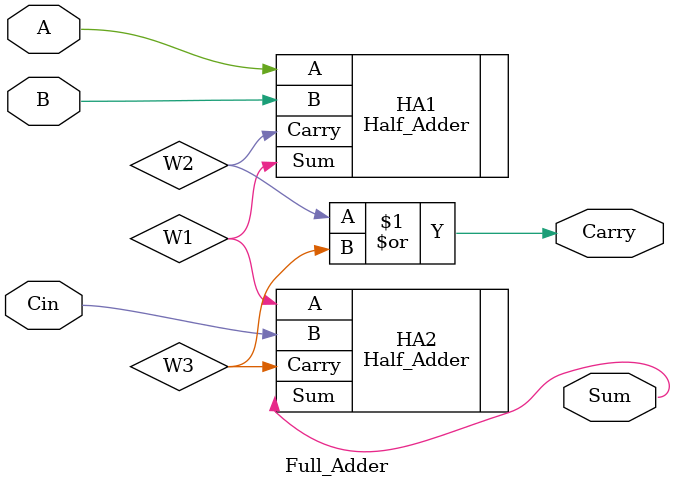
<source format=v>
module Full_Adder(
    input A,
    input B,
    input Cin,
    output Sum,
    output Carry
    );
    
    wire W1, W2, W3;
    
    Half_Adder HA1 (.A(A), .B(B), .Sum(W1), .Carry(W2));
    Half_Adder HA2 (.A(W1), .B(Cin), .Sum(Sum), .Carry(W3));
    or O (Carry, W2, W3);
    
endmodule

</source>
